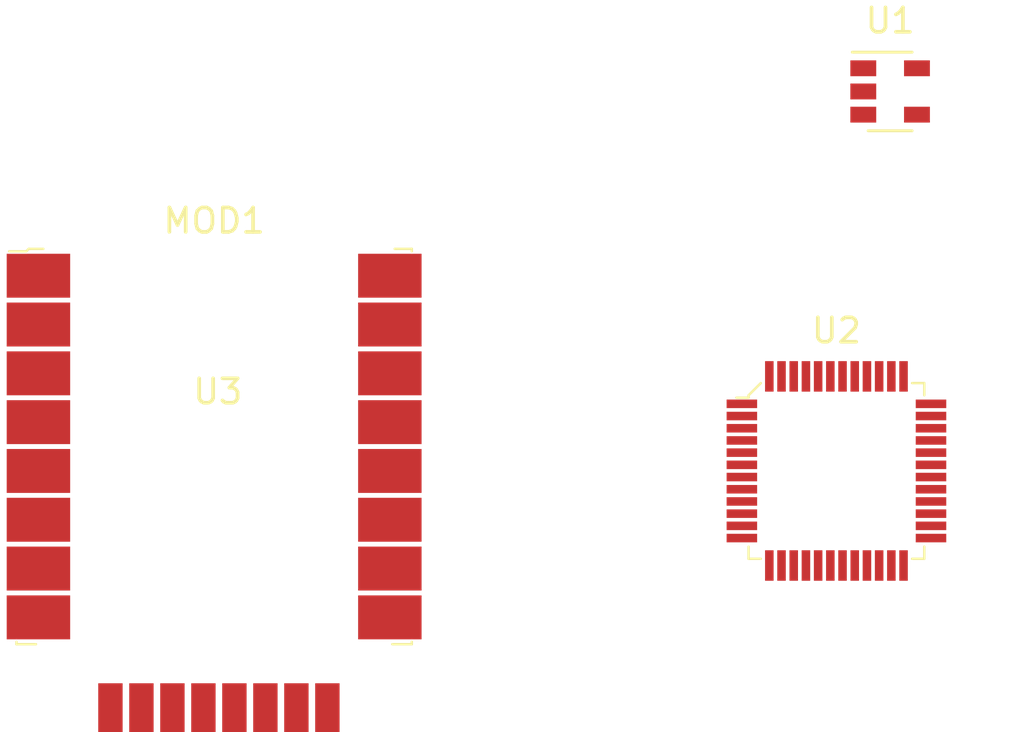
<source format=kicad_pcb>
(kicad_pcb (version 20171130) (host pcbnew "(5.1.0)-1")

  (general
    (thickness 1.6)
    (drawings 0)
    (tracks 0)
    (zones 0)
    (modules 4)
    (nets 56)
  )

  (page A4)
  (layers
    (0 F.Cu signal)
    (31 B.Cu signal)
    (32 B.Adhes user)
    (33 F.Adhes user)
    (34 B.Paste user)
    (35 F.Paste user)
    (36 B.SilkS user)
    (37 F.SilkS user)
    (38 B.Mask user)
    (39 F.Mask user)
    (40 Dwgs.User user)
    (41 Cmts.User user)
    (42 Eco1.User user)
    (43 Eco2.User user)
    (44 Edge.Cuts user)
    (45 Margin user)
    (46 B.CrtYd user)
    (47 F.CrtYd user)
    (48 B.Fab user)
    (49 F.Fab user)
  )

  (setup
    (last_trace_width 0.25)
    (trace_clearance 0.2)
    (zone_clearance 0.508)
    (zone_45_only no)
    (trace_min 0.2)
    (via_size 0.8)
    (via_drill 0.4)
    (via_min_size 0.4)
    (via_min_drill 0.3)
    (uvia_size 0.3)
    (uvia_drill 0.1)
    (uvias_allowed no)
    (uvia_min_size 0.2)
    (uvia_min_drill 0.1)
    (edge_width 0.05)
    (segment_width 0.2)
    (pcb_text_width 0.3)
    (pcb_text_size 1.5 1.5)
    (mod_edge_width 0.12)
    (mod_text_size 1 1)
    (mod_text_width 0.15)
    (pad_size 1.524 1.524)
    (pad_drill 0.762)
    (pad_to_mask_clearance 0.051)
    (solder_mask_min_width 0.25)
    (aux_axis_origin 0 0)
    (visible_elements FFFFFF7F)
    (pcbplotparams
      (layerselection 0x010fc_ffffffff)
      (usegerberextensions false)
      (usegerberattributes false)
      (usegerberadvancedattributes false)
      (creategerberjobfile false)
      (excludeedgelayer true)
      (linewidth 0.100000)
      (plotframeref false)
      (viasonmask false)
      (mode 1)
      (useauxorigin false)
      (hpglpennumber 1)
      (hpglpenspeed 20)
      (hpglpendiameter 15.000000)
      (psnegative false)
      (psa4output false)
      (plotreference true)
      (plotvalue true)
      (plotinvisibletext false)
      (padsonsilk false)
      (subtractmaskfromsilk false)
      (outputformat 1)
      (mirror false)
      (drillshape 1)
      (scaleselection 1)
      (outputdirectory ""))
  )

  (net 0 "")
  (net 1 "Net-(MOD1-Pad16)")
  (net 2 "Net-(MOD1-Pad15)")
  (net 3 "Net-(MOD1-Pad14)")
  (net 4 +3V3)
  (net 5 "Net-(MOD1-Pad12)")
  (net 6 "Net-(MOD1-Pad11)")
  (net 7 +5V)
  (net 8 "Net-(AE1-Pad1)")
  (net 9 "Net-(MOD1-Pad7)")
  (net 10 "Net-(MOD1-Pad6)")
  (net 11 "Net-(MOD1-Pad5)")
  (net 12 SCK)
  (net 13 MOSI)
  (net 14 MISO)
  (net 15 "Net-(U1-Pad4)")
  (net 16 "Net-(R1-Pad2)")
  (net 17 "Net-(U2-Pad48)")
  (net 18 "Net-(U2-Pad47)")
  (net 19 "Net-(J2-Pad1)")
  (net 20 "Net-(J2-Pad2)")
  (net 21 "Net-(U2-Pad43)")
  (net 22 "Net-(U2-Pad41)")
  (net 23 "Net-(U2-Pad40)")
  (net 24 "Net-(U2-Pad39)")
  (net 25 "Net-(U2-Pad38)")
  (net 26 "Net-(U2-Pad37)")
  (net 27 "Net-(U2-Pad36)")
  (net 28 "Net-(J1-Pad2)")
  (net 29 "Net-(J1-Pad3)")
  (net 30 "Net-(U2-Pad32)")
  (net 31 "Net-(U2-Pad31)")
  (net 32 "Net-(U2-Pad30)")
  (net 33 "Net-(U2-Pad29)")
  (net 34 "Net-(U2-Pad28)")
  (net 35 "Net-(U2-Pad27)")
  (net 36 "Net-(D1-Pad2)")
  (net 37 "Net-(U2-Pad25)")
  (net 38 "Net-(U2-Pad24)")
  (net 39 CE)
  (net 40 CSN)
  (net 41 "Net-(U2-Pad15)")
  (net 42 "Net-(U2-Pad16)")
  (net 43 "Net-(U2-Pad17)")
  (net 44 "Net-(U2-Pad12)")
  (net 45 "Net-(U2-Pad10)")
  (net 46 "Net-(U2-Pad9)")
  (net 47 "Net-(U2-Pad8)")
  (net 48 "Net-(U2-Pad7)")
  (net 49 "Net-(C7-Pad1)")
  (net 50 "Net-(C8-Pad1)")
  (net 51 "Net-(U2-Pad3)")
  (net 52 "Net-(U2-Pad4)")
  (net 53 "Net-(U2-Pad5)")
  (net 54 "Net-(U2-Pad6)")
  (net 55 "Net-(U3-Pad8)")

  (net_class Default "This is the default net class."
    (clearance 0.2)
    (trace_width 0.25)
    (via_dia 0.8)
    (via_drill 0.4)
    (uvia_dia 0.3)
    (uvia_drill 0.1)
    (add_net +3V3)
    (add_net +5V)
    (add_net CE)
    (add_net CSN)
    (add_net MISO)
    (add_net MOSI)
    (add_net "Net-(AE1-Pad1)")
    (add_net "Net-(C7-Pad1)")
    (add_net "Net-(C8-Pad1)")
    (add_net "Net-(D1-Pad2)")
    (add_net "Net-(J1-Pad2)")
    (add_net "Net-(J1-Pad3)")
    (add_net "Net-(J2-Pad1)")
    (add_net "Net-(J2-Pad2)")
    (add_net "Net-(MOD1-Pad11)")
    (add_net "Net-(MOD1-Pad12)")
    (add_net "Net-(MOD1-Pad14)")
    (add_net "Net-(MOD1-Pad15)")
    (add_net "Net-(MOD1-Pad16)")
    (add_net "Net-(MOD1-Pad5)")
    (add_net "Net-(MOD1-Pad6)")
    (add_net "Net-(MOD1-Pad7)")
    (add_net "Net-(R1-Pad2)")
    (add_net "Net-(U1-Pad4)")
    (add_net "Net-(U2-Pad10)")
    (add_net "Net-(U2-Pad12)")
    (add_net "Net-(U2-Pad15)")
    (add_net "Net-(U2-Pad16)")
    (add_net "Net-(U2-Pad17)")
    (add_net "Net-(U2-Pad24)")
    (add_net "Net-(U2-Pad25)")
    (add_net "Net-(U2-Pad27)")
    (add_net "Net-(U2-Pad28)")
    (add_net "Net-(U2-Pad29)")
    (add_net "Net-(U2-Pad3)")
    (add_net "Net-(U2-Pad30)")
    (add_net "Net-(U2-Pad31)")
    (add_net "Net-(U2-Pad32)")
    (add_net "Net-(U2-Pad36)")
    (add_net "Net-(U2-Pad37)")
    (add_net "Net-(U2-Pad38)")
    (add_net "Net-(U2-Pad39)")
    (add_net "Net-(U2-Pad4)")
    (add_net "Net-(U2-Pad40)")
    (add_net "Net-(U2-Pad41)")
    (add_net "Net-(U2-Pad43)")
    (add_net "Net-(U2-Pad47)")
    (add_net "Net-(U2-Pad48)")
    (add_net "Net-(U2-Pad5)")
    (add_net "Net-(U2-Pad6)")
    (add_net "Net-(U2-Pad7)")
    (add_net "Net-(U2-Pad8)")
    (add_net "Net-(U2-Pad9)")
    (add_net "Net-(U3-Pad8)")
    (add_net SCK)
  )

  (module mysensors_radios:NRF24L01_PA_LNA-SMD (layer F.Cu) (tedit 577395AB) (tstamp 5CD623BA)
    (at 108.35 63.7)
    (path /5CD631F7)
    (fp_text reference U3 (at 0 -4.25) (layer F.SilkS)
      (effects (font (size 1 1) (thickness 0.15)))
    )
    (fp_text value nRF24L01+ (at -5 -4 90) (layer F.Fab)
      (effects (font (size 0.8 0.8) (thickness 0.15)))
    )
    (fp_line (start -6 -18.3) (end 6 -18.3) (layer F.CrtYd) (width 0.15))
    (fp_line (start 6 8.7) (end -6 8.7) (layer F.CrtYd) (width 0.15))
    (fp_line (start -6 -13.3) (end 6 -13.3) (layer F.CrtYd) (width 0.15))
    (fp_line (start 6 -18.3) (end 6 8.7) (layer F.CrtYd) (width 0.15))
    (fp_line (start -6 8.7) (end -6 -18.3) (layer F.CrtYd) (width 0.15))
    (fp_line (start -5.25 -17) (end 4.75 -17) (layer F.CrtYd) (width 0.5))
    (pad 1 smd rect (at 4.49 8.7) (size 1 2) (layers F.Cu F.Paste F.Mask)
      (net 7 +5V))
    (pad 8 smd rect (at 3.22 8.7) (size 1 2) (layers F.Cu F.Paste F.Mask)
      (net 55 "Net-(U3-Pad8)"))
    (pad 7 smd rect (at 1.95 8.7) (size 1 2) (layers F.Cu F.Paste F.Mask)
      (net 14 MISO))
    (pad 6 smd rect (at 0.68 8.7) (size 1 2) (layers F.Cu F.Paste F.Mask)
      (net 13 MOSI))
    (pad 5 smd rect (at -0.59 8.7) (size 1 2) (layers F.Cu F.Paste F.Mask)
      (net 12 SCK))
    (pad 4 smd rect (at -1.86 8.7) (size 1 2) (layers F.Cu F.Paste F.Mask)
      (net 40 CSN))
    (pad 3 smd rect (at -3.13 8.7) (size 1 2) (layers F.Cu F.Paste F.Mask)
      (net 39 CE))
    (pad 2 smd rect (at -4.4 8.7) (size 1 2) (layers F.Cu F.Paste F.Mask)
      (net 4 +3V3))
    (model ${MYSLOCAL}/mysensors.3dshapes/mysensors_radios.3dshapes/nrf24palnasmd.wrl
      (offset (xyz -146.3674978017807 73.65999889373779 0.7619999885559082))
      (scale (xyz 0.395 0.395 0.395))
      (rotate (xyz 0 0 0))
    )
  )

  (module digikey-footprints:TQFP-48_7x7mm (layer F.Cu) (tedit 59D24EEC) (tstamp 5CD623A8)
    (at 133.7 62.7)
    (descr http://ww1.microchip.com/downloads/en/DeviceDoc/40001884A.pdf)
    (path /5CD55B68)
    (fp_text reference U2 (at 0 -5.75) (layer F.SilkS)
      (effects (font (size 1 1) (thickness 0.15)))
    )
    (fp_text value ATSAMD21G18A-AUT (at 0 6) (layer F.Fab)
      (effects (font (size 1 1) (thickness 0.15)))
    )
    (fp_line (start -3.5 3.5) (end 3.5 3.5) (layer F.Fab) (width 0.1))
    (fp_line (start 3.5 -3.5) (end 3.5 3.5) (layer F.Fab) (width 0.1))
    (fp_text user %R (at 0 0) (layer F.Fab)
      (effects (font (size 1 1) (thickness 0.15)))
    )
    (fp_line (start -3.5 -3) (end -3 -3.5) (layer F.Fab) (width 0.1))
    (fp_line (start -3 -3.5) (end 3.5 -3.5) (layer F.Fab) (width 0.1))
    (fp_line (start -3.5 -3) (end -3.5 3.5) (layer F.Fab) (width 0.1))
    (fp_line (start -3.6 -3) (end -4.1 -3) (layer F.SilkS) (width 0.1))
    (fp_line (start -3.6 -3.1) (end -3.6 -3) (layer F.SilkS) (width 0.1))
    (fp_line (start -3.1 -3.6) (end -3.6 -3.1) (layer F.SilkS) (width 0.1))
    (fp_line (start 3.6 -3.6) (end 3.6 -3.1) (layer F.SilkS) (width 0.1))
    (fp_line (start 3.1 -3.6) (end 3.6 -3.6) (layer F.SilkS) (width 0.1))
    (fp_line (start 3.6 3.6) (end 3.1 3.6) (layer F.SilkS) (width 0.1))
    (fp_line (start 3.6 3.1) (end 3.6 3.6) (layer F.SilkS) (width 0.1))
    (fp_line (start -3.6 3.6) (end -3.1 3.6) (layer F.SilkS) (width 0.1))
    (fp_line (start -3.6 3.1) (end -3.6 3.6) (layer F.SilkS) (width 0.1))
    (fp_line (start -4.75 4.75) (end 4.75 4.75) (layer F.CrtYd) (width 0.05))
    (fp_line (start -4.75 -4.75) (end -4.75 4.75) (layer F.CrtYd) (width 0.05))
    (fp_line (start 4.75 -4.75) (end 4.75 4.75) (layer F.CrtYd) (width 0.05))
    (fp_line (start -4.75 -4.75) (end 4.75 -4.75) (layer F.CrtYd) (width 0.05))
    (pad 48 smd rect (at -2.75 -3.875) (size 0.35 1.25) (layers F.Cu F.Paste F.Mask)
      (net 17 "Net-(U2-Pad48)"))
    (pad 47 smd rect (at -2.25 -3.875) (size 0.35 1.25) (layers F.Cu F.Paste F.Mask)
      (net 18 "Net-(U2-Pad47)"))
    (pad 46 smd rect (at -1.75 -3.875) (size 0.35 1.25) (layers F.Cu F.Paste F.Mask)
      (net 19 "Net-(J2-Pad1)"))
    (pad 45 smd rect (at -1.25 -3.875) (size 0.35 1.25) (layers F.Cu F.Paste F.Mask)
      (net 20 "Net-(J2-Pad2)"))
    (pad 44 smd rect (at -0.75 -3.875) (size 0.35 1.25) (layers F.Cu F.Paste F.Mask)
      (net 4 +3V3))
    (pad 43 smd rect (at -0.25 -3.875) (size 0.35 1.25) (layers F.Cu F.Paste F.Mask)
      (net 21 "Net-(U2-Pad43)"))
    (pad 42 smd rect (at 0.25 -3.875) (size 0.35 1.25) (layers F.Cu F.Paste F.Mask)
      (net 7 +5V))
    (pad 41 smd rect (at 0.75 -3.875) (size 0.35 1.25) (layers F.Cu F.Paste F.Mask)
      (net 22 "Net-(U2-Pad41)"))
    (pad 40 smd rect (at 1.25 -3.875) (size 0.35 1.25) (layers F.Cu F.Paste F.Mask)
      (net 23 "Net-(U2-Pad40)"))
    (pad 39 smd rect (at 1.75 -3.875) (size 0.35 1.25) (layers F.Cu F.Paste F.Mask)
      (net 24 "Net-(U2-Pad39)"))
    (pad 38 smd rect (at 2.25 -3.875) (size 0.35 1.25) (layers F.Cu F.Paste F.Mask)
      (net 25 "Net-(U2-Pad38)"))
    (pad 37 smd rect (at 2.75 -3.875) (size 0.35 1.25) (layers F.Cu F.Paste F.Mask)
      (net 26 "Net-(U2-Pad37)"))
    (pad 36 smd rect (at 3.875 -2.75) (size 1.25 0.35) (layers F.Cu F.Paste F.Mask)
      (net 27 "Net-(U2-Pad36)"))
    (pad 35 smd rect (at 3.875 -2.25) (size 1.25 0.35) (layers F.Cu F.Paste F.Mask)
      (net 7 +5V))
    (pad 34 smd rect (at 3.875 -1.75) (size 1.25 0.35) (layers F.Cu F.Paste F.Mask)
      (net 28 "Net-(J1-Pad2)"))
    (pad 33 smd rect (at 3.875 -1.25) (size 1.25 0.35) (layers F.Cu F.Paste F.Mask)
      (net 29 "Net-(J1-Pad3)"))
    (pad 32 smd rect (at 3.875 -0.75) (size 1.25 0.35) (layers F.Cu F.Paste F.Mask)
      (net 30 "Net-(U2-Pad32)"))
    (pad 31 smd rect (at 3.875 -0.25) (size 1.25 0.35) (layers F.Cu F.Paste F.Mask)
      (net 31 "Net-(U2-Pad31)"))
    (pad 30 smd rect (at 3.875 0.25) (size 1.25 0.35) (layers F.Cu F.Paste F.Mask)
      (net 32 "Net-(U2-Pad30)"))
    (pad 29 smd rect (at 3.875 0.75) (size 1.25 0.35) (layers F.Cu F.Paste F.Mask)
      (net 33 "Net-(U2-Pad29)"))
    (pad 28 smd rect (at 3.875 1.25) (size 1.25 0.35) (layers F.Cu F.Paste F.Mask)
      (net 34 "Net-(U2-Pad28)"))
    (pad 27 smd rect (at 3.875 1.75) (size 1.25 0.35) (layers F.Cu F.Paste F.Mask)
      (net 35 "Net-(U2-Pad27)"))
    (pad 26 smd rect (at 3.875 2.25) (size 1.25 0.35) (layers F.Cu F.Paste F.Mask)
      (net 36 "Net-(D1-Pad2)"))
    (pad 25 smd rect (at 3.875 2.75) (size 1.25 0.35) (layers F.Cu F.Paste F.Mask)
      (net 37 "Net-(U2-Pad25)"))
    (pad 24 smd rect (at 2.75 3.875) (size 0.35 1.25) (layers F.Cu F.Paste F.Mask)
      (net 38 "Net-(U2-Pad24)"))
    (pad 23 smd rect (at 2.25 3.875) (size 0.35 1.25) (layers F.Cu F.Paste F.Mask)
      (net 39 CE))
    (pad 22 smd rect (at 1.75 3.875) (size 0.35 1.25) (layers F.Cu F.Paste F.Mask)
      (net 40 CSN))
    (pad 21 smd rect (at 1.25 3.875) (size 0.35 1.25) (layers F.Cu F.Paste F.Mask)
      (net 14 MISO))
    (pad 20 smd rect (at 0.75 3.875) (size 0.35 1.25) (layers F.Cu F.Paste F.Mask)
      (net 12 SCK))
    (pad 19 smd rect (at 0.25 3.875) (size 0.35 1.25) (layers F.Cu F.Paste F.Mask)
      (net 13 MOSI))
    (pad 13 smd rect (at -2.75 3.875) (size 0.35 1.25) (layers F.Cu F.Paste F.Mask)
      (net 10 "Net-(MOD1-Pad6)"))
    (pad 14 smd rect (at -2.25 3.875) (size 0.35 1.25) (layers F.Cu F.Paste F.Mask)
      (net 3 "Net-(MOD1-Pad14)"))
    (pad 15 smd rect (at -1.75 3.875) (size 0.35 1.25) (layers F.Cu F.Paste F.Mask)
      (net 41 "Net-(U2-Pad15)"))
    (pad 16 smd rect (at -1.25 3.875) (size 0.35 1.25) (layers F.Cu F.Paste F.Mask)
      (net 42 "Net-(U2-Pad16)"))
    (pad 17 smd rect (at -0.75 3.875) (size 0.35 1.25) (layers F.Cu F.Paste F.Mask)
      (net 43 "Net-(U2-Pad17)"))
    (pad 18 smd rect (at -0.25 3.875) (size 0.35 1.25) (layers F.Cu F.Paste F.Mask)
      (net 7 +5V))
    (pad 12 smd rect (at -3.875 2.75) (size 1.25 0.35) (layers F.Cu F.Paste F.Mask)
      (net 44 "Net-(U2-Pad12)"))
    (pad 11 smd rect (at -3.875 2.25) (size 1.25 0.35) (layers F.Cu F.Paste F.Mask)
      (net 11 "Net-(MOD1-Pad5)"))
    (pad 10 smd rect (at -3.875 1.75) (size 1.25 0.35) (layers F.Cu F.Paste F.Mask)
      (net 45 "Net-(U2-Pad10)"))
    (pad 9 smd rect (at -3.875 1.25) (size 1.25 0.35) (layers F.Cu F.Paste F.Mask)
      (net 46 "Net-(U2-Pad9)"))
    (pad 8 smd rect (at -3.875 0.75) (size 1.25 0.35) (layers F.Cu F.Paste F.Mask)
      (net 47 "Net-(U2-Pad8)"))
    (pad 7 smd rect (at -3.875 0.25) (size 1.25 0.35) (layers F.Cu F.Paste F.Mask)
      (net 48 "Net-(U2-Pad7)"))
    (pad 1 smd rect (at -3.875 -2.75) (size 1.25 0.35) (layers F.Cu F.Paste F.Mask)
      (net 49 "Net-(C7-Pad1)"))
    (pad 2 smd rect (at -3.875 -2.25) (size 1.25 0.35) (layers F.Cu F.Paste F.Mask)
      (net 50 "Net-(C8-Pad1)"))
    (pad 3 smd rect (at -3.875 -1.75) (size 1.25 0.35) (layers F.Cu F.Paste F.Mask)
      (net 51 "Net-(U2-Pad3)"))
    (pad 4 smd rect (at -3.875 -1.25) (size 1.25 0.35) (layers F.Cu F.Paste F.Mask)
      (net 52 "Net-(U2-Pad4)"))
    (pad 5 smd rect (at -3.875 -0.75) (size 1.25 0.35) (layers F.Cu F.Paste F.Mask)
      (net 53 "Net-(U2-Pad5)"))
    (pad 6 smd rect (at -3.875 -0.25) (size 1.25 0.35) (layers F.Cu F.Paste F.Mask)
      (net 54 "Net-(U2-Pad6)"))
  )

  (module Package_TO_SOT_SMD:SOT-23-5 (layer F.Cu) (tedit 5A02FF57) (tstamp 5CD62361)
    (at 135.9 47.15)
    (descr "5-pin SOT23 package")
    (tags SOT-23-5)
    (path /5CD59F2E)
    (attr smd)
    (fp_text reference U1 (at 0 -2.9) (layer F.SilkS)
      (effects (font (size 1 1) (thickness 0.15)))
    )
    (fp_text value AP2112K-3.3 (at 0 2.9) (layer F.Fab)
      (effects (font (size 1 1) (thickness 0.15)))
    )
    (fp_line (start 0.9 -1.55) (end 0.9 1.55) (layer F.Fab) (width 0.1))
    (fp_line (start 0.9 1.55) (end -0.9 1.55) (layer F.Fab) (width 0.1))
    (fp_line (start -0.9 -0.9) (end -0.9 1.55) (layer F.Fab) (width 0.1))
    (fp_line (start 0.9 -1.55) (end -0.25 -1.55) (layer F.Fab) (width 0.1))
    (fp_line (start -0.9 -0.9) (end -0.25 -1.55) (layer F.Fab) (width 0.1))
    (fp_line (start -1.9 1.8) (end -1.9 -1.8) (layer F.CrtYd) (width 0.05))
    (fp_line (start 1.9 1.8) (end -1.9 1.8) (layer F.CrtYd) (width 0.05))
    (fp_line (start 1.9 -1.8) (end 1.9 1.8) (layer F.CrtYd) (width 0.05))
    (fp_line (start -1.9 -1.8) (end 1.9 -1.8) (layer F.CrtYd) (width 0.05))
    (fp_line (start 0.9 -1.61) (end -1.55 -1.61) (layer F.SilkS) (width 0.12))
    (fp_line (start -0.9 1.61) (end 0.9 1.61) (layer F.SilkS) (width 0.12))
    (fp_text user %R (at 0 0 90) (layer F.Fab)
      (effects (font (size 0.5 0.5) (thickness 0.075)))
    )
    (pad 5 smd rect (at 1.1 -0.95) (size 1.06 0.65) (layers F.Cu F.Paste F.Mask)
      (net 4 +3V3))
    (pad 4 smd rect (at 1.1 0.95) (size 1.06 0.65) (layers F.Cu F.Paste F.Mask)
      (net 15 "Net-(U1-Pad4)"))
    (pad 3 smd rect (at -1.1 0.95) (size 1.06 0.65) (layers F.Cu F.Paste F.Mask)
      (net 16 "Net-(R1-Pad2)"))
    (pad 2 smd rect (at -1.1 0) (size 1.06 0.65) (layers F.Cu F.Paste F.Mask)
      (net 7 +5V))
    (pad 1 smd rect (at -1.1 -0.95) (size 1.06 0.65) (layers F.Cu F.Paste F.Mask)
      (net 7 +5V))
    (model ${KISYS3DMOD}/Package_TO_SOT_SMD.3dshapes/SOT-23-5.wrl
      (at (xyz 0 0 0))
      (scale (xyz 1 1 1))
      (rotate (xyz 0 0 0))
    )
  )

  (module digikey-footprints:RF_Module_COM-13909 (layer F.Cu) (tedit 59D2B212) (tstamp 5CD6234C)
    (at 108.2 61.7)
    (descr https://cdn.sparkfun.com/datasheets/Wireless/General/RFM69HCW-V1.1.pdf)
    (path /5CD583C9)
    (fp_text reference MOD1 (at 0 -9.25) (layer F.SilkS)
      (effects (font (size 1 1) (thickness 0.15)))
    )
    (fp_text value RFM69HCW (at 0 9.5) (layer F.Fab)
      (effects (font (size 1 1) (thickness 0.15)))
    )
    (fp_line (start -8 8) (end 8 8) (layer F.Fab) (width 0.1))
    (fp_line (start 8 -8) (end 8 8) (layer F.Fab) (width 0.1))
    (fp_text user %R (at 0 0) (layer F.Fab)
      (effects (font (size 1 1) (thickness 0.15)))
    )
    (fp_line (start -8 -7.5) (end -7.5 -8) (layer F.Fab) (width 0.1))
    (fp_line (start -7.5 -8) (end 8 -8) (layer F.Fab) (width 0.1))
    (fp_line (start -8 -7.5) (end -8 8) (layer F.Fab) (width 0.1))
    (fp_line (start -7.7 -8) (end -8.4 -8) (layer F.SilkS) (width 0.1))
    (fp_line (start -7.6 -8.1) (end -7.7 -8) (layer F.SilkS) (width 0.1))
    (fp_line (start -7 -8.1) (end -7.6 -8.1) (layer F.SilkS) (width 0.1))
    (fp_line (start 8.1 -8.1) (end 8.1 -8) (layer F.SilkS) (width 0.1))
    (fp_line (start 7.4 -8.1) (end 8.1 -8.1) (layer F.SilkS) (width 0.1))
    (fp_line (start 8.1 8.1) (end 7.3 8.1) (layer F.SilkS) (width 0.1))
    (fp_line (start 8.1 8) (end 8.1 8.1) (layer F.SilkS) (width 0.1))
    (fp_line (start -8.1 8.1) (end -7.3 8.1) (layer F.SilkS) (width 0.1))
    (fp_line (start -8.1 8) (end -8.1 8.1) (layer F.SilkS) (width 0.1))
    (fp_line (start 8.75 -8.25) (end -8.75 -8.25) (layer F.CrtYd) (width 0.05))
    (fp_line (start 8.75 8.25) (end 8.75 -8.25) (layer F.CrtYd) (width 0.05))
    (fp_line (start -8.75 8.25) (end 8.75 8.25) (layer F.CrtYd) (width 0.05))
    (fp_line (start -8.75 -8.25) (end -8.75 8.25) (layer F.CrtYd) (width 0.05))
    (pad 16 smd rect (at 7.2 -7) (size 2.6 1.8) (layers F.Cu F.Paste F.Mask)
      (net 1 "Net-(MOD1-Pad16)"))
    (pad 15 smd rect (at 7.2 -5) (size 2.6 1.8) (layers F.Cu F.Paste F.Mask)
      (net 2 "Net-(MOD1-Pad15)"))
    (pad 14 smd rect (at 7.2 -3) (size 2.6 1.8) (layers F.Cu F.Paste F.Mask)
      (net 3 "Net-(MOD1-Pad14)"))
    (pad 13 smd rect (at 7.2 -1) (size 2.6 1.8) (layers F.Cu F.Paste F.Mask)
      (net 4 +3V3))
    (pad 12 smd rect (at 7.2 1) (size 2.6 1.8) (layers F.Cu F.Paste F.Mask)
      (net 5 "Net-(MOD1-Pad12)"))
    (pad 11 smd rect (at 7.2 3) (size 2.6 1.8) (layers F.Cu F.Paste F.Mask)
      (net 6 "Net-(MOD1-Pad11)"))
    (pad 10 smd rect (at 7.2 5) (size 2.6 1.8) (layers F.Cu F.Paste F.Mask)
      (net 7 +5V))
    (pad 9 smd rect (at 7.2 7) (size 2.6 1.8) (layers F.Cu F.Paste F.Mask)
      (net 8 "Net-(AE1-Pad1)"))
    (pad 8 smd rect (at -7.2 7) (size 2.6 1.8) (layers F.Cu F.Paste F.Mask)
      (net 7 +5V))
    (pad 7 smd rect (at -7.2 5) (size 2.6 1.8) (layers F.Cu F.Paste F.Mask)
      (net 9 "Net-(MOD1-Pad7)"))
    (pad 6 smd rect (at -7.2 3) (size 2.6 1.8) (layers F.Cu F.Paste F.Mask)
      (net 10 "Net-(MOD1-Pad6)"))
    (pad 5 smd rect (at -7.2 1) (size 2.6 1.8) (layers F.Cu F.Paste F.Mask)
      (net 11 "Net-(MOD1-Pad5)"))
    (pad 4 smd rect (at -7.2 -1) (size 2.6 1.8) (layers F.Cu F.Paste F.Mask)
      (net 12 SCK))
    (pad 3 smd rect (at -7.2 -3) (size 2.6 1.8) (layers F.Cu F.Paste F.Mask)
      (net 13 MOSI))
    (pad 2 smd rect (at -7.2 -5) (size 2.6 1.8) (layers F.Cu F.Paste F.Mask)
      (net 14 MISO))
    (pad 1 smd rect (at -7.2 -7) (size 2.6 1.8) (layers F.Cu F.Paste F.Mask)
      (net 7 +5V))
  )

)

</source>
